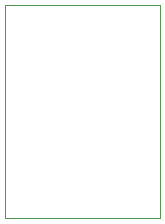
<source format=gbr>
%TF.GenerationSoftware,KiCad,Pcbnew,(6.0.2-0)*%
%TF.CreationDate,2022-02-23T07:35:52+00:00*%
%TF.ProjectId,Generic01,47656e65-7269-4633-9031-2e6b69636164,1*%
%TF.SameCoordinates,Original*%
%TF.FileFunction,Profile,NP*%
%FSLAX46Y46*%
G04 Gerber Fmt 4.6, Leading zero omitted, Abs format (unit mm)*
G04 Created by KiCad (PCBNEW (6.0.2-0)) date 2022-02-23 07:35:52*
%MOMM*%
%LPD*%
G01*
G04 APERTURE LIST*
%TA.AperFunction,Profile*%
%ADD10C,0.100000*%
%TD*%
G04 APERTURE END LIST*
D10*
X152200000Y-121000000D02*
X152200000Y-103000000D01*
X152200000Y-103000000D02*
X139000000Y-103000000D01*
X139000000Y-103000000D02*
X139000000Y-121000000D01*
X139000000Y-121000000D02*
X152200000Y-121000000D01*
M02*

</source>
